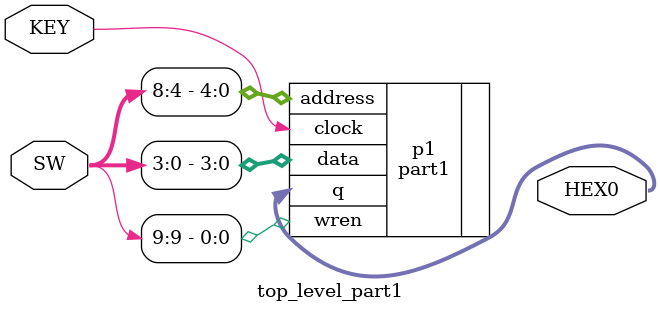
<source format=v>

module top_level_part1(KEY, SW, HEX0);
	input [9:0] SW;
	input KEY;
	output [3:0] HEX0;
	
	part1 p1(.address(SW[8:4]), .clock(KEY), .data(SW[3:0]), .wren(SW[9]), .q(HEX0));
endmodule


</source>
